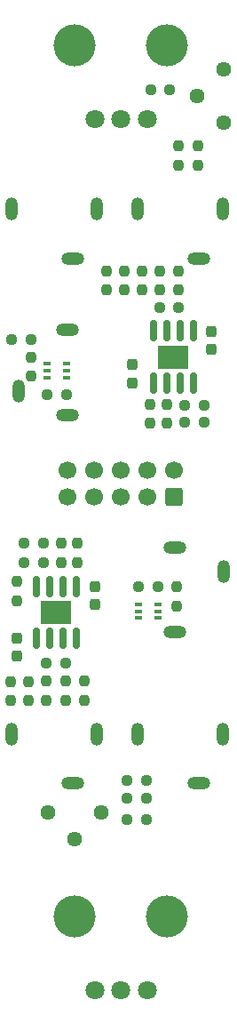
<source format=gbr>
%TF.GenerationSoftware,KiCad,Pcbnew,7.0.9*%
%TF.CreationDate,2024-11-09T18:40:38+13:00*%
%TF.ProjectId,VCA,5643412e-6b69-4636-9164-5f7063625858,rev?*%
%TF.SameCoordinates,Original*%
%TF.FileFunction,Soldermask,Bot*%
%TF.FilePolarity,Negative*%
%FSLAX46Y46*%
G04 Gerber Fmt 4.6, Leading zero omitted, Abs format (unit mm)*
G04 Created by KiCad (PCBNEW 7.0.9) date 2024-11-09 18:40:38*
%MOMM*%
%LPD*%
G01*
G04 APERTURE LIST*
G04 Aperture macros list*
%AMRoundRect*
0 Rectangle with rounded corners*
0 $1 Rounding radius*
0 $2 $3 $4 $5 $6 $7 $8 $9 X,Y pos of 4 corners*
0 Add a 4 corners polygon primitive as box body*
4,1,4,$2,$3,$4,$5,$6,$7,$8,$9,$2,$3,0*
0 Add four circle primitives for the rounded corners*
1,1,$1+$1,$2,$3*
1,1,$1+$1,$4,$5*
1,1,$1+$1,$6,$7*
1,1,$1+$1,$8,$9*
0 Add four rect primitives between the rounded corners*
20,1,$1+$1,$2,$3,$4,$5,0*
20,1,$1+$1,$4,$5,$6,$7,0*
20,1,$1+$1,$6,$7,$8,$9,0*
20,1,$1+$1,$8,$9,$2,$3,0*%
G04 Aperture macros list end*
%ADD10O,1.200000X2.200000*%
%ADD11O,2.200000X1.200000*%
%ADD12C,4.000000*%
%ADD13C,1.800000*%
%ADD14RoundRect,0.237500X0.237500X-0.250000X0.237500X0.250000X-0.237500X0.250000X-0.237500X-0.250000X0*%
%ADD15RoundRect,0.237500X-0.237500X0.300000X-0.237500X-0.300000X0.237500X-0.300000X0.237500X0.300000X0*%
%ADD16RoundRect,0.150000X-0.150000X0.825000X-0.150000X-0.825000X0.150000X-0.825000X0.150000X0.825000X0*%
%ADD17R,3.000000X2.290000*%
%ADD18RoundRect,0.237500X-0.250000X-0.237500X0.250000X-0.237500X0.250000X0.237500X-0.250000X0.237500X0*%
%ADD19RoundRect,0.250000X0.600000X-0.600000X0.600000X0.600000X-0.600000X0.600000X-0.600000X-0.600000X0*%
%ADD20C,1.700000*%
%ADD21RoundRect,0.237500X-0.237500X0.250000X-0.237500X-0.250000X0.237500X-0.250000X0.237500X0.250000X0*%
%ADD22C,1.440000*%
%ADD23RoundRect,0.237500X0.250000X0.237500X-0.250000X0.237500X-0.250000X-0.237500X0.250000X-0.237500X0*%
%ADD24RoundRect,0.150000X0.150000X-0.825000X0.150000X0.825000X-0.150000X0.825000X-0.150000X-0.825000X0*%
%ADD25R,0.650000X0.400000*%
%ADD26RoundRect,0.237500X0.237500X-0.300000X0.237500X0.300000X-0.237500X0.300000X-0.237500X-0.300000X0*%
G04 APERTURE END LIST*
D10*
%TO.C,J5*%
X122200000Y-99100000D03*
X114100000Y-99100000D03*
D11*
X119900000Y-103800000D03*
%TD*%
D10*
%TO.C,J1*%
X110200000Y-49100000D03*
X102100000Y-49100000D03*
D11*
X107900000Y-53800000D03*
%TD*%
D10*
%TO.C,J4*%
X110200000Y-99100000D03*
X102100000Y-99100000D03*
D11*
X107900000Y-103800000D03*
%TD*%
D12*
%TO.C,RV2*%
X108100000Y-33500000D03*
X116900000Y-33500000D03*
D13*
X115000000Y-40500000D03*
X112500000Y-40500000D03*
X110000000Y-40500000D03*
%TD*%
D11*
%TO.C,J6*%
X117600000Y-81300000D03*
X117600000Y-89400000D03*
D10*
X122300000Y-83600000D03*
%TD*%
%TO.C,J2*%
X122200000Y-49100000D03*
X114100000Y-49100000D03*
D11*
X119900000Y-53800000D03*
%TD*%
D12*
%TO.C,RV4*%
X108100000Y-116500000D03*
X116900000Y-116500000D03*
D13*
X115000000Y-123500000D03*
X112500000Y-123500000D03*
X110000000Y-123500000D03*
%TD*%
D11*
%TO.C,J3*%
X107400000Y-68700000D03*
X107400000Y-60600000D03*
D10*
X102700000Y-66400000D03*
%TD*%
D14*
%TO.C,R20*%
X109000000Y-95862500D03*
X109000000Y-94037500D03*
%TD*%
D15*
%TO.C,C2*%
X102600000Y-89987500D03*
X102600000Y-91712500D03*
%TD*%
D14*
%TO.C,R14*%
X116900000Y-69512500D03*
X116900000Y-67687500D03*
%TD*%
D16*
%TO.C,U2*%
X104395000Y-85025000D03*
X105665000Y-85025000D03*
X106935000Y-85025000D03*
X108205000Y-85025000D03*
X108205000Y-89975000D03*
X106935000Y-89975000D03*
X105665000Y-89975000D03*
X104395000Y-89975000D03*
D17*
X106300000Y-87500000D03*
%TD*%
D18*
%TO.C,R28*%
X103287500Y-80950000D03*
X105112500Y-80950000D03*
%TD*%
D14*
%TO.C,R17*%
X102000000Y-95912500D03*
X102000000Y-94087500D03*
%TD*%
D19*
%TO.C,J7*%
X117580000Y-76500000D03*
D20*
X117580000Y-73960000D03*
X115040000Y-76500000D03*
X115040000Y-73960000D03*
X112500000Y-76500000D03*
X112500000Y-73960000D03*
X109960000Y-76500000D03*
X109960000Y-73960000D03*
X107420000Y-76500000D03*
X107420000Y-73960000D03*
%TD*%
D21*
%TO.C,R29*%
X106800000Y-80937500D03*
X106800000Y-82762500D03*
%TD*%
%TO.C,R5*%
X111100000Y-54987500D03*
X111100000Y-56812500D03*
%TD*%
D18*
%TO.C,R1*%
X115337500Y-37750000D03*
X117162500Y-37750000D03*
%TD*%
D22*
%TO.C,RV1*%
X122325000Y-35775000D03*
X119785000Y-38315000D03*
X122325000Y-40855000D03*
%TD*%
D18*
%TO.C,R26*%
X113087500Y-105250000D03*
X114912500Y-105250000D03*
%TD*%
D22*
%TO.C,RV3*%
X105575000Y-106575000D03*
X108115000Y-109115000D03*
X110655000Y-106575000D03*
%TD*%
D14*
%TO.C,R21*%
X107200000Y-95862500D03*
X107200000Y-94037500D03*
%TD*%
D23*
%TO.C,R27*%
X114912500Y-103500000D03*
X113087500Y-103500000D03*
%TD*%
D24*
%TO.C,U1*%
X119405000Y-65675000D03*
X118135000Y-65675000D03*
X116865000Y-65675000D03*
X115595000Y-65675000D03*
X115595000Y-60725000D03*
X116865000Y-60725000D03*
X118135000Y-60725000D03*
X119405000Y-60725000D03*
D17*
X117500000Y-63200000D03*
%TD*%
D18*
%TO.C,R3*%
X116187500Y-58500000D03*
X118012500Y-58500000D03*
%TD*%
D21*
%TO.C,R6*%
X112800000Y-54987500D03*
X112800000Y-56812500D03*
%TD*%
D23*
%TO.C,R15*%
X120412500Y-67800000D03*
X118587500Y-67800000D03*
%TD*%
D18*
%TO.C,R25*%
X114187500Y-85100000D03*
X116012500Y-85100000D03*
%TD*%
D21*
%TO.C,R8*%
X103900000Y-63187500D03*
X103900000Y-65012500D03*
%TD*%
D23*
%TO.C,R9*%
X107312500Y-66800000D03*
X105487500Y-66800000D03*
%TD*%
%TO.C,R22*%
X107212500Y-92350000D03*
X105387500Y-92350000D03*
%TD*%
D25*
%TO.C,Q1*%
X107350000Y-63850000D03*
X107350000Y-64500000D03*
X107350000Y-65150000D03*
X105450000Y-65150000D03*
X105450000Y-64500000D03*
X105450000Y-63850000D03*
%TD*%
D15*
%TO.C,C3*%
X113600000Y-63937500D03*
X113600000Y-65662500D03*
%TD*%
D23*
%TO.C,R16*%
X103912500Y-61500000D03*
X102087500Y-61500000D03*
%TD*%
D21*
%TO.C,R4*%
X114500000Y-54987500D03*
X114500000Y-56812500D03*
%TD*%
D14*
%TO.C,R23*%
X117800000Y-86912500D03*
X117800000Y-85087500D03*
%TD*%
D21*
%TO.C,R24*%
X105400000Y-94037500D03*
X105400000Y-95862500D03*
%TD*%
D14*
%TO.C,R32*%
X102600000Y-86412500D03*
X102600000Y-84587500D03*
%TD*%
D26*
%TO.C,C4*%
X110000000Y-86762500D03*
X110000000Y-85037500D03*
%TD*%
D25*
%TO.C,Q2*%
X114150000Y-88050000D03*
X114150000Y-87400000D03*
X114150000Y-86750000D03*
X116050000Y-86750000D03*
X116050000Y-87400000D03*
X116050000Y-88050000D03*
%TD*%
D14*
%TO.C,R7*%
X118000000Y-56812500D03*
X118000000Y-54987500D03*
%TD*%
%TO.C,R11*%
X118000000Y-44912500D03*
X118000000Y-43087500D03*
%TD*%
D23*
%TO.C,R19*%
X114912500Y-107250000D03*
X113087500Y-107250000D03*
%TD*%
D15*
%TO.C,C1*%
X121100000Y-60737500D03*
X121100000Y-62462500D03*
%TD*%
D21*
%TO.C,R2*%
X116200000Y-54987500D03*
X116200000Y-56812500D03*
%TD*%
D14*
%TO.C,R18*%
X103700000Y-95912500D03*
X103700000Y-94087500D03*
%TD*%
D21*
%TO.C,R30*%
X108300000Y-80937500D03*
X108300000Y-82762500D03*
%TD*%
D23*
%TO.C,R12*%
X120412500Y-69400000D03*
X118587500Y-69400000D03*
%TD*%
D14*
%TO.C,R13*%
X115300000Y-69512500D03*
X115300000Y-67687500D03*
%TD*%
D18*
%TO.C,R31*%
X103287500Y-82750000D03*
X105112500Y-82750000D03*
%TD*%
D21*
%TO.C,R10*%
X119800000Y-43087500D03*
X119800000Y-44912500D03*
%TD*%
M02*

</source>
